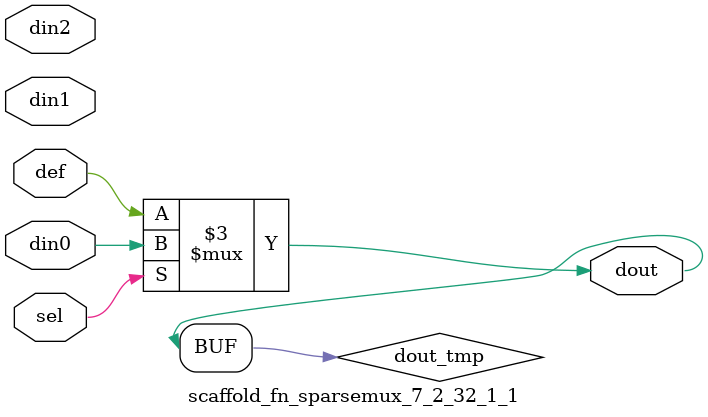
<source format=v>
`timescale 1ns / 1ps

module scaffold_fn_sparsemux_7_2_32_1_1 (din0,din1,din2,def,sel,dout);

parameter din0_WIDTH = 1;

parameter din1_WIDTH = 1;

parameter din2_WIDTH = 1;

parameter def_WIDTH = 1;
parameter sel_WIDTH = 1;
parameter dout_WIDTH = 1;

parameter [sel_WIDTH-1:0] CASE0 = 1;

parameter [sel_WIDTH-1:0] CASE1 = 1;

parameter [sel_WIDTH-1:0] CASE2 = 1;

parameter ID = 1;
parameter NUM_STAGE = 1;



input [din0_WIDTH-1:0] din0;

input [din1_WIDTH-1:0] din1;

input [din2_WIDTH-1:0] din2;

input [def_WIDTH-1:0] def;
input [sel_WIDTH-1:0] sel;

output [dout_WIDTH-1:0] dout;



reg [dout_WIDTH-1:0] dout_tmp;


always @ (*) begin
(* parallel_case *) case (sel)
    
    CASE0 : dout_tmp = din0;
    
    CASE1 : dout_tmp = din1;
    
    CASE2 : dout_tmp = din2;
    
    default : dout_tmp = def;
endcase
end


assign dout = dout_tmp;



endmodule

</source>
